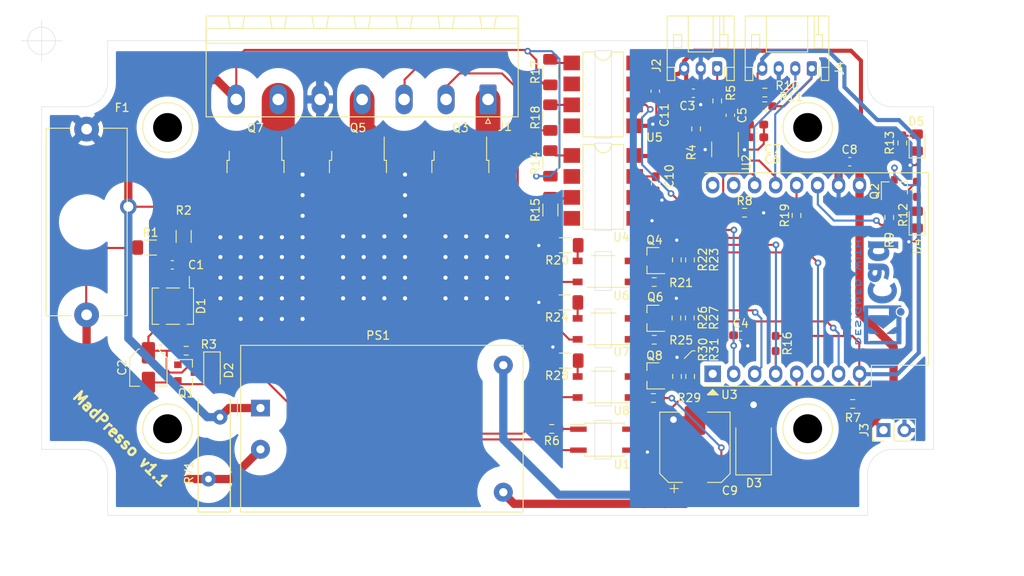
<source format=kicad_pcb>
(kicad_pcb (version 20201116) (generator pcbnew)
  (layers (0 "F.Cu" signal) (31 "B.Cu" signal) (34 "B.Paste" user) (35 "F.Paste" user) (36 "B.SilkS" user "B.Silkscreen") (37 "F.SilkS" user "F.Silkscreen") (38 "B.Mask" user) (39 "F.Mask" user) (44 "Edge.Cuts" user))
  (net 0 "")
  (net 1 "Net-(C2-Pad2)")
  (net 2 "Net-(C1-Pad1)")
  (net 3 "/TEMP_SENSOR")
  (net 4 "GND")
  (net 5 "VCC")
  (net 6 "LINE")
  (net 7 "/HEATER")
  (net 8 "/PUMP")
  (net 9 "Net-(Q5-Pad3)")
  (net 10 "NEUT")
  (net 11 "+5V")
  (net 12 "/SHOT_SENSOR")
  (net 13 "/HEATER_TRIAC")
  (net 14 "/PUMP_TRIAC")
  (net 15 "/ZC_DETECT")
  (net 16 "/SHOT_SW")
  (net 17 "/VALVE")
  (net 18 "/VALVE_TRIAC")
  (net 19 "Net-(C1-Pad2)")
  (net 20 "/SDA")
  (net 21 "/STEAM_SW")
  (net 22 "/STEAM_SENSOR")
  (net 23 "/SCL")
  (net 24 "Net-(Q7-Pad3)")
  (net 25 "Net-(Q4-Pad3)")
  (net 26 "Net-(Q3-Pad3)")
  (net 27 "Net-(Q6-Pad3)")
  (net 28 "Net-(Q8-Pad3)")
  (net 29 "Net-(R24-Pad1)")
  (net 30 "Net-(R20-Pad1)")
  (net 31 "Net-(C2-Pad1)")
  (net 32 "Net-(D1-Pad4)")
  (net 33 "/LINE_FUSED")
  (net 34 "/LED")
  (net 35 "/ADC")
  (net 36 "Net-(C5-Pad1)")
  (net 37 "Net-(C11-Pad1)")
  (net 38 "Net-(R8-Pad1)")
  (net 39 "Net-(R15-Pad2)")
  (net 40 "Net-(C10-Pad1)")
  (net 41 "Net-(D4-Pad2)")
  (net 42 "Net-(D5-Pad2)")
  (net 43 "Net-(Q1-Pad3)")
  (net 44 "Net-(Q2-Pad1)")
  (net 45 "Net-(Q2-Pad2)")
  (net 46 "Net-(Q4-Pad1)")
  (net 47 "Net-(Q6-Pad1)")
  (net 48 "Net-(Q8-Pad1)")
  (net 49 "Net-(R6-Pad1)")
  (net 50 "Net-(R18-Pad2)")
  (net 51 "Net-(R14-Pad2)")
  (net 52 "Net-(R21-Pad1)")
  (net 53 "Net-(R17-Pad2)")
  (net 54 "Net-(R25-Pad1)")
  (net 55 "Net-(R28-Pad1)")
  (net 56 "Net-(R29-Pad1)")
  (footprint "Package_TO_SOT_SMD:TO-252-2" (layer "F.Cu") (at 25.9 16.95 -90)
    (fp_text reference "Q7")
    (fp_text value "T835-600B")
  )
  (footprint "Package_TO_SOT_SMD:TO-252-2" (layer "F.Cu") (at 50.7 16.95 -90)
    (fp_text reference "Q3")
    (fp_text value "T835-600B")
  )
  (footprint "Resistor_SMD:R_0603_1608Metric_Pad0.98x0.95mm_HandSolder" (layer "F.Cu") (at 76.93 40.67 90)
    (fp_text reference "R30")
    (fp_text value "10k")
  )
  (footprint "Resistor_SMD:R_0603_1608Metric_Pad0.98x0.95mm_HandSolder" (layer "F.Cu") (at 78.52 40.67 -90)
    (fp_text reference "R31")
    (fp_text value "1k")
  )
  (footprint "Resistor_SMD:R_0603_1608Metric_Pad0.98x0.95mm_HandSolder" (layer "F.Cu") (at 76.91 26.54 90)
    (fp_text reference "R22")
    (fp_text value "10k")
  )
  (footprint "Resistor_SMD:R_1206_3216Metric_Pad1.30x1.75mm_HandSolder" (layer "F.Cu") (at 63.4125 24.77 180)
    (fp_text reference "R20")
    (fp_text value "360R/0.5W")
  )
  (footprint "Package_TO_SOT_SMD:SOT-23" (layer "F.Cu") (at 74.05 26.63 180)
    (fp_text reference "Q4")
    (fp_text value "2N7002")
  )
  (footprint "Package_SO:MFSOP6-4_4.4x3.6mm_P1.27mm" (layer "F.Cu") (at 68.05 27.94 180)
    (fp_text reference "U6")
    (fp_text value "TLP160G")
  )
  (footprint "Resistor_SMD:R_0603_1608Metric_Pad0.98x0.95mm_HandSolder" (layer "F.Cu") (at 78.5 26.55 -90)
    (fp_text reference "R23")
    (fp_text value "1k")
  )
  (footprint "Package_SO:MFSOP6-4_4.4x3.6mm_P1.27mm" (layer "F.Cu") (at 68.05 41.95 180)
    (fp_text reference "U8")
    (fp_text value "TLP160G")
  )
  (footprint "Resistor_SMD:R_1206_3216Metric_Pad1.30x1.75mm_HandSolder" (layer "F.Cu") (at 63.4125 38.75 180)
    (fp_text reference "R28")
    (fp_text value "360R/0.5W")
  )
  (footprint "Resistor_SMD:R_0603_1608Metric_Pad0.98x0.95mm_HandSolder" (layer "F.Cu") (at 74.07 43.28)
    (fp_text reference "R29")
    (fp_text value "360R")
  )
  (footprint "Resistor_SMD:R_0603_1608Metric_Pad0.98x0.95mm_HandSolder" (layer "F.Cu") (at 74.175 29.23)
    (fp_text reference "R21")
    (fp_text value "360R")
  )
  (footprint "Package_TO_SOT_SMD:SOT-23" (layer "F.Cu") (at 74.05 40.6 180)
    (fp_text reference "Q8")
    (fp_text value "2N7002")
  )
  (footprint "Diode_SMD:D_SMB" (layer "F.Cu") (at 86.2 49.05 90)
    (fp_text reference "D3")
    (fp_text value "SMBJ7.0A")
  )
  (footprint "Package_TO_SOT_SMD:SOT-23" (layer "F.Cu") (at 74.05 33.62 180)
    (fp_text reference "Q6")
    (fp_text value "2N7002")
  )
  (footprint "Package_SO:MFSOP6-4_4.4x3.6mm_P1.27mm" (layer "F.Cu") (at 68.05 34.9 180)
    (fp_text reference "U7")
    (fp_text value "TLP160G")
  )
  (footprint "Resistor_SMD:R_0603_1608Metric_Pad0.98x0.95mm_HandSolder" (layer "F.Cu") (at 76.86 33.59 90)
    (fp_text reference "R26")
    (fp_text value "10k")
  )
  (footprint "Resistor_SMD:R_1206_3216Metric_Pad1.30x1.75mm_HandSolder" (layer "F.Cu") (at 63.375002 31.7 180)
    (fp_text reference "R24")
    (fp_text value "360R/0.5W")
  )
  (footprint "Resistor_SMD:R_0603_1608Metric_Pad0.98x0.95mm_HandSolder" (layer "F.Cu") (at 78.48 33.575 -90)
    (fp_text reference "R27")
    (fp_text value "1k")
  )
  (footprint "Resistor_SMD:R_0603_1608Metric_Pad0.98x0.95mm_HandSolder" (layer "F.Cu") (at 74.175 36.22)
    (fp_text reference "R25")
    (fp_text value "360R")
  )
  (footprint "Connector_Phoenix_MSTB:PhoenixContact_MSTBA_2,5_7-G-5,08_1x07_P5.08mm_Horizontal" (layer "F.Cu") (at 54.05 7.1 180)
    (fp_text reference "J1")
    (fp_text value "Conn_01x07")
  )
  (footprint "Capacitor_SMD:C_0603_1608Metric_Pad1.08x0.95mm_HandSolder" (layer "F.Cu") (at 15.83 27.15)
    (fp_text reference "C1")
    (fp_text value "1nF")
  )
  (footprint "Resistor_SMD:R_0603_1608Metric_Pad0.98x0.95mm_HandSolder" (layer "F.Cu") (at 98.2 44)
    (fp_text reference "R7")
    (fp_text value "4k7")
  )
  (footprint "Diode_SMD:D_SOD-123" (layer "F.Cu") (at 20.63 39.95 -90)
    (fp_text reference "D2")
    (fp_text value "1N4148W")
  )
  (footprint "Package_TO_SOT_SMD:SOT-23" (layer "F.Cu") (at 17.5 40.2)
    (fp_text reference "Q1")
    (fp_text value "BC847")
  )
  (footprint "Resistor_SMD:R_1206_3216Metric_Pad1.30x1.75mm_HandSolder" (layer "F.Cu") (at 17.2 23.71 -90)
    (fp_text reference "R2")
    (fp_text value "220k")
  )
  (footprint "Resistor_SMD:R_1206_3216Metric_Pad1.30x1.75mm_HandSolder" (layer "F.Cu") (at 13.19 25.05)
    (fp_text reference "R1")
    (fp_text value "220k")
  )
  (footprint "Package_SO:SO-4_4.4x3.6mm_P2.54mm" (layer "F.Cu") (at 68.145 48.33)
    (fp_text reference "U1")
    (fp_text value "LTV-356T")
  )
  (footprint "Varistor:RV_Disc_D15.5mm_W3.9mm_P7.5mm" (layer "F.Cu") (at 21.6 45.6 -90)
    (fp_text reference "RV1")
    (fp_text value "S14K350")
  )
  (footprint "Resistor_SMD:R_0603_1608Metric_Pad0.98x0.95mm_HandSolder" (layer "F.Cu") (at 17.505 37.55 180)
    (fp_text reference "R3")
    (fp_text value "22k")
  )
  (footprint "Capacitor_SMD:CP_Elec_8x10" (layer "F.Cu") (at 79.1 49.25 90)
    (fp_text reference "C9")
    (fp_text value "150uF")
  )
  (footprint "Package_TO_SOT_SMD:TO-252-2" (layer "F.Cu") (at 38.3 16.95 -90)
    (fp_text reference "Q5")
    (fp_text value "T835-600B")
  )
  (footprint "Capacitor_SMD:CP_Elec_4x5.8" (layer "F.Cu") (at 12.929999 39.6 -90)
    (fp_text reference "C2")
    (fp_text value "10uF")
  )
  (footprint "Resistor_SMD:R_0603_1608Metric_Pad0.98x0.95mm_HandSolder" (layer "F.Cu") (at 61.77 47.03 180)
    (fp_text reference "R6")
    (fp_text value "1k")
  )
  (footprint "Fiducial:Fiducial_0.5mm_Mask1mm" (layer "F.Cu") (at 10.5 2.4)
    (fp_text reference "FID1" hide)
    (fp_text value "Fiducial" hide)
  )
  (footprint "Fiducial:Fiducial_0.5mm_Mask1mm" (layer "F.Cu") (at 10.5 55)
    (fp_text reference "FID2" hide)
    (fp_text value "Fiducial" hide)
  )
  (footprint "Resistor_SMD:R_0603_1608Metric_Pad0.98x0.95mm_HandSolder" (layer "F.Cu") (at 91.4 21.1575 90)
    (fp_text reference "R19")
    (fp_text value "330")
  )
  (footprint "Resistor_SMD:R_1206_3216Metric_Pad1.30x1.75mm_HandSolder" (layer "F.Cu") (at 61.6 9.3 90)
    (fp_text reference "R18")
    (fp_text value "33k/0.5W")
  )
  (footprint "Capacitor_SMD:C_0603_1608Metric_Pad1.08x0.95mm_HandSolder" (layer "F.Cu") (at 83.39 9.0175 -90)
    (fp_text reference "C5")
    (fp_text value "470pF")
  )
  (footprint "Connector_JST:JST_PH_S4B-PH-K_1x04_P2.00mm_Horizontal" (layer "F.Cu") (at 93.25 3.35 180)
    (fp_text reference "J4")
    (fp_text value "Conn_01x04")
  )
  (footprint "Capacitor_SMD:C_0603_1608Metric_Pad1.08x0.95mm_HandSolder" (layer "F.Cu") (at 84.64 35.68)
    (fp_text reference "C4")
    (fp_text value "DNP")
  )
  (footprint "LED_SMD:LED_0805_2012Metric_Pad1.15x1.40mm_HandSolder" (layer "F.Cu") (at 106 21.675 90)
    (fp_text reference "D4")
    (fp_text value "LED")
  )
  (footprint "Converter_ACDC:Converter_ACDC_HiLink_HLK-PMxx" (layer "F.Cu") (at 26.5 44.5)
    (fp_text reference "PS1")
    (fp_text value "HLK-PM01")
  )
  (footprint "Connector_PinHeader_2.54mm:PinHeader_1x02_P2.54mm_Vertical" (layer "F.Cu") (at 101.93 47.17 90)
    (fp_text reference "J3")
    (fp_text value "Conn_01x02")
  )
  (footprint "Connector_JST:JST_PH_S3B-PH-K_1x03_P2.00mm_Horizontal" (layer "F.Cu") (at 81.8 3.35 180)
    (fp_text reference "J2")
    (fp_text value "Conn_01x03")
  )
  (footprint "Resistor_SMD:R_0603_1608Metric_Pad0.98x0.95mm_HandSolder" (layer "F.Cu") (at 102.63 21.405 90)
    (fp_text reference "R9")
    (fp_text value "1k")
  )
  (footprint "Resistor_SMD:R_0603_1608Metric_Pad0.98x0.95mm_HandSolder" (layer "F.Cu") (at 85.11 20.83)
    (fp_text reference "R8")
    (fp_text value "DNP")
  )
  (footprint "Resistor_SMD:R_0603_1608Metric_Pad0.98x0.95mm_HandSolder" (layer "F.Cu") (at 81.8 7.275 90)
    (fp_text reference "R5")
    (fp_text value "22R")
  )
  (footprint "MadPresso:Hammond 1591XXB" (layer "F.Cu") (at 0 0)
    (fp_text reference "Case" hide)
    (fp_text value "Hammond 1591XXB")
    (fp_line (start 99.999874 57.495164) (end 99.999874 52.495164) (layer "Edge.Cuts") (width 0.05))
    (fp_line (start 107.999874 7.995164) (end 107.999874 49.495164) (layer "Edge.Cuts") (width 0.05))
    (fp_line (start 7.999874 57.495164) (end 99.999874 57.495164) (layer "Edge.Cuts") (width 0.05))
    (fp_line (start 7.999874 -0.004836) (end 99.999874 -0.004836) (layer "Edge.Cuts") (width 0.05))
    (fp_line (start 7.999874 57.495164) (end 7.999874 52.495164) (layer "Edge.Cuts") (width 0.05))
    (fp_line (start 4.999874 49.495164) (end -0.000126 49.495164) (layer "Edge.Cuts") (width 0.05))
    (fp_line (start 99.999874 4.995164) (end 99.999874 -0.004836) (layer "Edge.Cuts") (width 0.05))
    (fp_line (start -0.000126 7.995164) (end 4.999874 7.995164) (layer "Edge.Cuts") (width 0.05))
    (fp_line (start 107.999874 7.995164) (end 102.999874 7.995164) (layer "Edge.Cuts") (width 0.05))
    (fp_line (start -0.000126 7.995164) (end -0.000126 49.495164) (layer "Edge.Cuts") (width 0.05))
    (fp_line (start 7.999874 -0.004836) (end 7.999874 4.995164) (layer "Edge.Cuts") (width 0.05))
    (fp_line (start 102.999874 49.495164) (end 107.999874 49.495164) (layer "Edge.Cuts") (width 0.05))
    (fp_arc (start 4.999874 4.995164) (end 4.999874 7.995164) (angle -90) (layer "Edge.Cuts") (width 0.05))
    (fp_arc (start 102.999874 4.995164) (end 99.999874 4.995164) (angle -90) (layer "Edge.Cuts") (width 0.05))
    (fp_arc (start 4.999874 52.495164) (end 7.999874 52.495164) (angle -90) (layer "Edge.Cuts") (width 0.05))
    (fp_arc (start 102.999874 52.495164) (end 102.999874 49.495164) (angle -90) (layer "Edge.Cuts") (width 0.05))
  )
  (footprint "Package_TO_SOT_SMD:SOT-23-6_Handsoldering" (layer "F.Cu") (at 82.74 13.15 -90)
    (fp_text reference "U2")
    (fp_text value "ADC101C021CIMK")
  )
  (footprint "Resistor_SMD:R_0603_1608Metric_Pad0.98x0.95mm_HandSolder" (layer "F.Cu") (at 105.965 17.995 90)
    (fp_text reference "R12")
    (fp_text value "220")
  )
  (footprint "Module:WEMOS_D1_mini_light" (layer "F.Cu") (at 81.25 40.35 90)
    (fp_text reference "U3")
    (fp_text value "WeMos_D1_mini")
  )
  (footprint "Resistor_SMD:R_1206_3216Metric_Pad1.30x1.75mm_HandSolder" (layer "F.Cu") (at 61.6 3.7875 90)
    (fp_text reference "R17")
    (fp_text value "22k/0.5W")
  )
  (footprint "Package_DIP:SMDIP-8_W7.62mm" (layer "F.Cu") (at 68 17.7)
    (fp_text reference "U4")
    (fp_text value "MID400")
  )
  (footprint "Fuse:Fuseholder_Cylinder-5x20mm_Schurter_0031_8201_Horizontal_Open" (layer "F.Cu") (at 5.45 10.7 -90)
    (fp_text reference "F1")
    (fp_text value "0.2A/250V")
  )
  (footprint "Resistor_SMD:R_0603_1608Metric_Pad0.98x0.95mm_HandSolder" (layer "F.Cu") (at 88.87 36.6725 -90)
    (fp_text reference "R16")
    (fp_text value "330")
  )
  (footprint "Package_TO_SOT_SMD:SOT-23" (layer "F.Cu") (at 103.25 17.85 90)
    (fp_text reference "Q2")
    (fp_text value "BSS84")
  )
  (footprint "Fiducial:Fiducial_0.5mm_Mask1mm" (layer "F.Cu") (at 97.3 55)
    (fp_text reference "FID3" hide)
    (fp_text value "Fiducial" hide)
  )
  (footprint "Capacitor_SMD:C_0603_1608Metric_Pad1.08x0.95mm_HandSolder" (layer "F.Cu") (at 74.35 17.325 -90)
    (fp_text reference "C10")
    (fp_text value "DNP")
  )
  (footprint "Capacitor_SMD:C_0603_1608Metric_Pad1.08x0.95mm_HandSolder" (layer "F.Cu") (at 86.575 11.68)
    (fp_text reference "C6")
    (fp_text value "100nF")
  )
  (footprint "Resistor_SMD:R_0603_1608Metric_Pad0.98x0.95mm_HandSolder" (layer "F.Cu") (at 104.21 12.375 -90)
    (fp_text reference "R13")
    (fp_text value "330")
  )
  (footprint "Package_DIP:SMDIP-8_W7.62mm" (layer "F.Cu") (at 67.99 6.49)
    (fp_text reference "U5")
    (fp_text value "MID400")
  )
  (footprint "Resistor_SMD:R_0603_1608Metric_Pad0.98x0.95mm_HandSolder" (layer "F.Cu") (at 87.565 6.27 180)
    (fp_text reference "R10")
    (fp_text value "3k3")
  )
  (footprint "Capacitor_SMD:C_0603_1608Metric_Pad1.08x0.95mm_HandSolder" (layer "F.Cu") (at 74.3 6.1 -90)
    (fp_text reference "C11")
    (fp_text value "DNP")
  )
  (footprint "Resistor_SMD:R_1206_3216Metric_Pad1.30x1.75mm_HandSolder" (layer "F.Cu") (at 61.6 20.5 90)
    (fp_text reference "R15")
    (fp_text value "33k/0.5W")
  )
  (footprint "Capacitor_SMD:C_0603_1608Metric_Pad1.08x0.95mm_HandSolder" (layer "F.Cu") (at 78.915 6.35)
    (fp_text reference "C3")
    (fp_text value "100nF")
  )
  (footprint "Capacitor_SMD:C_0603_1608Metric_Pad1.08x0.95mm_HandSolder" (layer "F.Cu") (at 97.85 14.65 180)
    (fp_text reference "C8")
    (fp_text value "1uF")
  )
  (footprint "Resistor_SMD:R_0603_1608Metric_Pad0.98x0.95mm_HandSolder" (layer "F.Cu") (at 79.24 10.6725 -90)
    (fp_text reference "R4")
    (fp_text value "DNP")
  )
  (footprint "Package_TO_SOT_SMD:TO-269AA" (layer "F.Cu") (at 15.89 32.15 -90)
    (fp_text reference "D1")
    (fp_text value "MB6S")
  )
  (footprint "LED_SMD:LED_0805_2012Metric_Pad1.15x1.40mm_HandSolder" (layer "F.Cu") (at 106 12.33 90)
    (fp_text reference "D5")
    (fp_text value "LED")
  )
  (footprint "Capacitor_SMD:C_0603_1608Metric_Pad1.08x0.95mm_HandSolder" (layer "F.Cu") (at 86.5675 10.1425)
    (fp_text reference "C7")
    (fp_text value "4.7uF")
  )
  (footprint "Resistor_SMD:R_0603_1608Metric_Pad0.98x0.95mm_HandSolder" (layer "F.Cu") (at 87.560001 7.917499 180)
    (fp_text reference "R11")
    (fp_text value "3k3")
  )
  (footprint "Resistor_SMD:R_1206_3216Metric_Pad1.30x1.75mm_HandSolder" (layer "F.Cu") (at 61.6 14.85 90)
    (fp_text reference "R14")
    (fp_text value "22k/0.5W")
  )
  (footprint "Symbol:KiCad-Logo2_5mm_Copper" (layer "B.Cu") (at 101.5 30.5 90)
    (fp_text reference "REF**" hide)
    (fp_text value "KiCad-Logo2_5mm_Copper" hide)
  )
  (gr_line (start 78.74 37.57) (end 79.12 37.57) (layer "F.SilkS") (width 0.12))
  (gr_line (start 77.82 38.49) (end 78.74 37.57) (layer "F.SilkS") (width 0.12))
  (gr_line (start 69 44.25) (end 67 44.25) (layer "Edge.Cuts") (width 0.05))
  (gr_line (start 67 44.25) (end 67 39.55) (layer "Edge.Cuts") (width 0.05))
  (gr_line (start 67 39.55) (end 69 39.55) (layer "Edge.Cuts") (width 0.05))
  (gr_line (start 69 39.55) (end 69 44.25) (layer "Edge.Cuts") (width 0.05))
  (gr_line (start 67 37.2) (end 67 32.5) (layer "Edge.Cuts") (width 0.05))
  (gr_line (start 69 32.5) (end 69 37.2) (layer "Edge.Cuts") (width 0.05))
  (gr_line (start 69 37.2) (end 67 37.2) (layer "Edge.Cuts") (width 0.05))
  (gr_line (start 67 32.5) (end 69 32.5) (layer "Edge.Cuts") (width 0.05))
  (gr_line (start 67 1.2) (end 69 1.2) (layer "Edge.Cuts") (width 0.05))
  (gr_line (start 67 11.8) (end 67 1.2) (layer "Edge.Cuts") (width 0.05))
  (gr_line (start 69 11.8) (end 67 11.8) (layer "Edge.Cuts") (width 0.05))
  (gr_line (start 69 1.2) (end 69 11.8) (layer "Edge.Cuts") (width 0.05))
  (gr_line (start 67 12.4) (end 69 12.4) (layer "Edge.Cuts") (width 0.05))
  (gr_line (start 68.97 45.98) (end 68.97 50.68) (layer "Edge.Cuts") (width 0.05))
  (gr_line (start 69 30.25) (end 67 30.25) (layer "Edge.Cuts") (width 0.05))
  (gr_line (start 66.97 45.98) (end 68.97 45.98) (layer "Edge.Cuts") (width 0.05))
  (gr_line (start 66.97 50.68) (end 66.97 45.98) (layer "Edge.Cuts") (width 0.05))
  (gr_line (start 68.97 50.68) (end 66.97 50.68) (layer "Edge.Cuts") (width 0.05))
  (gr_line (start 69 23) (end 67 23) (layer "Edge.Cuts") (width 0.05))
  (gr_line (start 67 23) (end 67 12.4) (layer "Edge.Cuts") (width 0.05))
  (gr_line (start 67 30.25) (end 67 25.55) (layer "Edge.Cuts") (width 0.05))
  (gr_line (start 69 25.55) (end 69 30.25) (layer "Edge.Cuts") (width 0.05))
  (gr_line (start 67 25.55) (end 69 25.55) (layer "Edge.Cuts") (width 0.05))
  (gr_line (start 69 12.4) (end 69 23) (layer "Edge.Cuts") (width 0.05))
  (gr_text "MadPresso v1.1" (at 9.6 48.2 315) (layer "F.SilkS") (effects (font (size 1.3 1.3) (thickness 0.3))))
  (target plus (at 0 0) (size 5) (width 0.05) (layer "Edge.Cuts"))
  (segment (start 16.9 41.6) (end 16.5 41.2) (width 0.25) (layer "F.Cu") (net 1))
  (segment (start 16.1 41.4) (end 16.4 41.1) (width 0.25) (layer "F.Cu") (net 1))
  (segment (start 12.929999 41.4) (end 16.1 41.4) (width 0.25) (layer "F.Cu") (net 1))
  (segment (start 20.63 41.6) (end 16.9 41.6) (width 0.25) (layer "F.Cu") (net 1))
  (segment (start 15 28.735) (end 15 27.17) (width 0.25) (layer "F.Cu") (net 2))
  (segment (start 14.9675 25.4675) (end 14.6 25.1) (width 0.25) (layer "F.Cu") (net 2))
  (segment (start 14.9675 27.15) (end 14.9675 25.4675) (width 0.25) (layer "F.Cu") (net 2))
  (segment (start 14.66 29.075) (end 15 28.735) (width 0.25) (layer "F.Cu") (net 2))
  (segment (start 81.8 3.35) (end 81.8 6.4) (width 0.25) (layer "F.Cu") (net 3))
  (segment (start 79.24 9.76) (end 79.91 9.76) (width 0.25) (layer "F.Cu") (net 3))
  (segment (start 80.76 8.91) (end 80.76 6.94) (width 0.25) (layer "F.Cu") (net 3))
  (segment (start 81.33 6.37) (end 81.82 6.37) (width 0.25) (layer "F.Cu") (net 3))
  (segment (start 80.76 6.94) (end 81.33 6.37) (width 0.25) (layer "F.Cu") (net 3))
  (segment (start 79.91 9.76) (end 80.76 8.91) (width 0.25) (layer "F.Cu") (net 3))
  (segment (start 106.19 23.83) (end 105.67 24.35) (width 0.25) (layer "F.Cu") (net 4))
  (segment (start 87.05 12.88) (end 87.43 12.5) (width 0.25) (layer "F.Cu") (net 4))
  (segment (start 86.2 46.9) (end 83.5 46.9) (width 1) (layer "F.Cu") (net 4))
  (segment (start 106.31 13.375) (end 106.31 14.57) (width 0.25) (layer "F.Cu") (net 4))
  (segment (start 74.3 6.9625) (end 74.425002 7.087502) (width 0.25) (layer "F.Cu") (net 4))
  (segment (start 76.93 39.83) (end 77 39.9) (width 0.25) (layer "F.Cu") (net 4))
  (segment (start 86.0225 20.83) (end 87.41 20.83) (width 0.25) (layer "F.Cu") (net 4))
  (segment (start 106.31 14.57) (end 105.81 15.07) (width 0.25) (layer "F.Cu") (net 4))
  (segment (start 96.49 17.49) (end 96.49 15.16) (width 1) (layer "F.Cu") (net 4))
  (segment (start 106.19 22.7) (end 106.19 23.83) (width 0.25) (layer "F.Cu") (net 4))
  (segment (start 85.5025 36.9575) (end 85.5 36.96) (width 0.25) (layer "F.Cu") (net 4))
  (segment (start 76.91 24.16) (end 76.9 24.15) (width 0.25) (layer "F.Cu") (net 4))
  (segment (start 76.91 25.665) (end 76.91 24.16) (width 0.25) (layer "F.Cu") (net 4))
  (segment (start 76.86 32.715) (end 76.86 31.16) (width 0.25) (layer "F.Cu") (net 4))
  (segment (start 75.05 39.65) (end 75.1 39.7) (width 0.25) (layer "F.Cu") (net 4))
  (segment (start 82.11 13.18) (end 80.34 13.18) (width 0.25) (layer "F.Cu") (net 4))
  (segment (start 86.2 46.9) (end 86.2 45.1) (width 1) (layer "F.Cu") (net 4))
  (segment (start 74.425002 7.087502) (end 74.425002 9.674998) (width 0.25) (layer "F.Cu") (net 4))
  (segment (start 76.895 25.68) (end 76.91 25.665) (width 0.5) (layer "F.Cu") (net 4))
  (segment (start 87.43 12.5) (end 87.43 11.6) (width 0.25) (layer "F.Cu") (net 4))
  (segment (start 105.81 15.07) (end 105.15 15.07) (width 0.25) (layer "F.Cu") (net 4))
  (segment (start 82.11 13.18) (end 82.81 13.18) (width 0.25) (layer "F.Cu") (net 4))
  (segment (start 74.69 18.91) (end 74.71 18.91) (width 0.25) (layer "F.Cu") (net 4))
  (segment (start 79.79 7.72) (end 79.8 7.73) (width 0.25) (layer "F.Cu") (net 4))
  (segment (start 87.45 10.28) (end 87.45 11.67) (width 0.25) (layer "F.Cu") (net 4))
  (segment (start 71.295 49.6) (end 73.115 49.6) (width 0.25) (layer "F.Cu") (net 4))
  (segment (start 79.79 6.35) (end 79.79 7.72) (width 0.25) (layer "F.Cu") (net 4))
  (segment (start 89.25 3.35) (end 88.8 3.8) (width 0.25) (layer "F.Cu") (net 4))
  (segment (start 71.81 21.51) (end 73.61 21.51) (width 0.25) (layer "F.Cu") (net 4))
  (segment (start 76.815 32.67) (end 76.86 32.715) (width 0.5) (layer "F.Cu") (net 4))
  (segment (start 82.74 11.8) (end 82.74 13.11) (width 0.25) (layer "F.Cu") (net 4))
  (segment (start 87.41 20.83) (end 87.42 20.84) (width 0.25) (layer "F.Cu") (net 4))
  (segment (start 86.2 44.1) (end 86.2 45.1) (width 1) (layer "F.Cu") (net 4))
  (segment (start 87.45 11.67) (end 87.42 11.7) (width 0.25) (layer "F.Cu") (net 4))
  (segment (start 73.61 21.51) (end 73.9 21.8) (width 0.25) (layer "F.Cu") (net 4))
  (segment (start 75.05 25.68) (end 76.895 25.68) (width 0.5) (layer "F.Cu") (net 4))
  (segment (start 76.75 39.65) (end 76.93 39.47) (width 0.5) (layer "F.Cu") (net 4))
  (segment (start 105.67 24.35) (end 105 24.35) (width 0.25) (layer "F.Cu") (net 4))
  (segment (start 82.75 11.76) (end 82.75 10.52) (width 0.25) (layer "F.Cu") (net 4))
  (segment (start 82.81 13.18) (end 85.4 13.18) (width 0.25) (layer "F.Cu") (net 4))
  (segment (start 74.35 18.2) (end 74.35 18.57) (width 0.25) (layer "F.Cu") (net 4))
  (segment (start 74.425002 9.674998) (end 74 10.1) (width 0.25) (layer "F.Cu") (net 4))
  (segment (start 85.5025 35.68) (end 85.5025 36.9575) (width 0.25) (layer "F.Cu") (net 4))
  (segment (start 82.74 13.11) (end 82.81 13.18) (width 0.25) (layer "F.Cu") (net 4))
  (segment (start 75.1 39.7) (end 76.8 39.7) (width 0.25) (layer "F.Cu") (net 4))
  (segment (start 71.8 10.3) (end 73.8 10.3) (width 0.5) (layer "F.Cu") (net 4))
  (segment (start 75.05 32.67) (end 76.815 32.67) (width 0.5) (layer "F.Cu") (net 4))
  (segment (start 74.35 18.57) (end 74.69 18.91) (width 0.25) (layer "F.Cu") (net 4))
  (segment (start 73.8 10.3) (end 74 10.1) (width 0.5) (layer "F.Cu") (net 4))
  (segment (start 82.75 10.52) (end 83.36 9.91) (width 0.25) (layer "F.Cu") (net 4))
  (segment (start 74.71 18.91) (end 75.1 19.3) (width 0.25) (layer "F.Cu") (net 4))
  (segment (start 82.475 45.875) (end 79.025 45.875) (width 1) (layer "F.Cu") (net 4))
  (segment (start 79.1 46) (end 76.6 46) (width 1) (layer "F.Cu") (net 4))
  (segment (start 76.86 31.16) (end 76.85 31.15) (width 0.5) (layer "F.Cu") (net 4))
  (segment (start 73.115 49.6) (end 73.345 49.83) (width 0.25) (layer "F.Cu") (net 4))
  (segment (start 79.8 3.35) (end 79.8 6.4) (width 0.5) (layer "F.Cu") (net 4))
  (segment (start 85.4 13.18) (end 86.75 13.18) (width 0.25) (layer "F.Cu") (net 4))
  (segment (start 96.49 15.16) (end 96.95 14.7) (width 1) (layer "F.Cu") (net 4))
  (segment (start 83.5 46.9) (end 82.475 45.875) (width 1) (layer "F.Cu") (net 4))
  (segment (start 76.93 38.35) (end 76.93 39.83) (width 0.25) (layer "F.Cu") (net 4))
  (segment (start 86.75 13.18) (end 87.05 12.88) (width 0.25) (layer "F.Cu") (net 4))
  (segment (start 76.6 46) (end 76.5 45.9) (width 1) (layer "F.Cu") (net 4))
  (via (at 85.5 36.96) (size 0.8) (drill 0.4) (layers "F.Cu" "B.Cu") (net 4))
  (via (at 75.1 19.3) (size 0.8) (drill 0.4) (layers "F.Cu" "B.Cu") (net 4))
  (via (at 76.9 24.15) (size 0.8) (drill 0.4) (layers "F.Cu" "B.Cu") (net 4))
  (via (at 73.9 21.8) (size 0.8) (drill 0.4) (layers "F.Cu" "B.Cu") (net 4))
  (via (at 86.2 44.1) (size 1.2) (drill 0.8) (layers "F.Cu" "B.Cu") (net 4))
  (via (at 105 24.35) (size 0.8) (drill 0.4) (layers "F.Cu" "B.Cu") (net 4))
  (via (at 76.85 31.2) (size 0.8) (drill 0.4) (layers "F.Cu" "B.Cu") (net 4))
  (via (at 74 10.1) (size 0.8) (drill 0.4) (layers "F.Cu" "B.Cu") (net 4))
  (via (at 76.93 38.35) (size 0.8) (drill 0.4) (layers "F.Cu" "B.Cu") (net 4))
  (via (at 85.1 13.2) (size 0.8) (drill 0.4) (layers "F.Cu" "B.Cu") (net 4))
  (via (at 76.5 45.9) (size 1.2) (drill 0.8) (layers "F.Cu" "B.Cu") (net 4))
  (via (at 87.42 20.84) (size 0.8) (drill 0.4) (layers "F.Cu" "B.Cu") (net 4))
  (via (at 73.345 49.83) (size 0.8) (drill 0.4) (layers "F.Cu" "B.Cu") (net 4))
  (via (at 80.34 13.18) (size 0.8) (drill 0.4) (layers "F.Cu" "B.Cu") (net 4))
  (via (at 105.15 15.07) (size 0.8) (drill 0.4) (layers "F.Cu" "B.Cu") (net 4))
  (via (at 79.8 7.73) (size 0.8) (drill 0.4) (layers "F.Cu" "B.Cu") (net 4))
  (segment (start 62.6 55) (end 72.8 55) (width 1) (layer "B.Cu") (net 4))
  (segment (start 62.6 55) (end 55.9 48.3) (width 1) (layer "B.Cu") (net 4))
  (segment (start 55.9 48.3) (end 55.9 39.3) (width 1) (layer "B.Cu") (net 4))
  (segment (start 97.16 35.76) (end 98.16 35.76) (width 0.25) (layer "F.Cu") (net 5))
  (segment (start 86.685001 7.917499) (end 86.685001 6.334999) (width 0.25) (layer "F.Cu") (net 5))
  (segment (start 85.54 11.76) (end 85.65 11.65) (width 0.25) (layer "F.Cu") (net 5))
  (segment (start 99 36.6) (end 99 43) (width 0.25) (layer "F.Cu") (net 5))
  (segment (start 98.16 35.76) (end 99 36.6) (width 0.25) (layer "F.Cu") (net 5))
  (segment (start 88.87 35.76) (end 97.16 35.76) (width 0.25) (layer "F.Cu") (net 5))
  (segment (start 85.7 8.94) (end 86.7 7.94) (width 0.25) (layer "F.Cu") (net 5))
  (segment (start 97.16 25.43) (end 97.16 35.76) (width 0.25) (layer "F.Cu") (net 5))
  (segment (start 103.25 15.4) (end 103.26 15.39) (width 0.25) (layer "F.Cu") (net 5))
  (segment (start 99 43.8) (end 99.2 44) (width 0.25) (layer "F.Cu") (net 5))
  (segment (start 86.685001 6.334999) (end 86.685001 3.944999) (width 0.25) (layer "F.Cu") (net 5))
  (segment (start 103.25 16.85) (end 103.25 15.4) (width 0.25) (layer "F.Cu") (net 5))
  (segment (start 85.7 11.68) (end 85.7 10.33) (width 0.25) (layer "F.Cu") (net 5))
  (segment (start 99 43) (end 99 43.8) (width 0.25) (layer "F.Cu") (net 5))
  (segment (start 83.7 11.76) (end 85.54 11.76) (width 0.25) (layer "F.Cu") (net 5))
  (segment (start 85.7 10.28) (end 85.7 8.94) (width 0.25) (layer "F.Cu") (net 5))
  (segment (start 93.8 22.07) (end 97.16 25.43) (width 0.25) (layer "F.Cu") (net 5))
  (segment (start 86.685001 3.944999) (end 87.28 3.35) (width 0.25) (layer "F.Cu") (net 5))
  (segment (start 91.4 22.07) (end 93.8 22.07) (width 0.25) (layer "F.Cu") (net 5))
  (via (at 103.26 15.39) (size 0.8) (drill 0.4) (layers "F.Cu" "B.Cu") (net 5))
  (segment (start 95.26 1.23) (end 88.23 1.23) (width 0.5) (layer "B.Cu") (net 5))
  (segment (start 106.2 12) (end 106.2 17.48) (width 0.5) (layer "B.Cu") (net 5))
  (segment (start 101.2 9.6) (end 103.8 9.6) (width 0.5) (layer "B.Cu") (net 5))
  (segment (start 97.2 5.6) (end 101.2 9.6) (width 0.5) (layer "B.Cu") (net 5))
  (segment (start 104.49 17.48) (end 106.2 17.48) (width 0.25) (layer "B.Cu") (net 5))
  (segment (start 103.26 15.39) (end 103.26 16.25) (width 0.25) (layer "B.Cu") (net 5))
  (segment (start 97.2 5.6) (end 97.2 3.17) (width 0.5) (layer "B.Cu") (net 5))
  (segment (start 106.2 37.8) (end 103.6 40.4) (width 0.5) (layer "B.Cu") (net 5))
  (segment (start 103.6 40.4) (end 99.2 40.4) (width 0.5) (layer "B.Cu") (net 5))
  (segment (start 97.2 3.17) (end 95.26 1.23) (width 0.5) (layer "B.Cu") (net 5))
  (segment (start 106.2 17.48) (end 106.2 37.8) (width 0.5) (layer "B.Cu") (net 5))
  (segment (start 87.25 2.21) (end 87.25 3.37) (width 0.5) (layer "B.Cu") (net 5))
  (segment (start 88.23 1.23) (end 87.25 2.21) (width 0.5) (layer "B.Cu") (net 5))
  (segment (start 103.8 9.6) (end 106.2 12) (width 0.5) (layer "B.Cu") (net 5))
  (segment (start 103.26 16.25) (end 104.49 17.48) (width 0.25) (layer "B.Cu") (net 5))
  (segment (start 61.8625 38.75) (end 61.8625 37.1375) (width 0.25) (layer "F.Cu") (net 6))
  (segment (start 61.8625 37.1375) (end 61.9 37.1) (width 0.25) (layer "F.Cu") (net 6))
  (segment (start 61.8625 24.77) (end 60.23 24.77) (width 0.25) (layer "F.Cu") (net 6))
  (segment (start 60.23 24.77) (end 60.2 24.8) (width 0.25) (layer "F.Cu") (net 6))
  (segment (start 61.887502 31.7) (end 60.2 31.7) (width 0.25) (layer "F.Cu") (net 6))
  (via (at 36.5 28.7) (size 1) (drill 0.5) (layers "F.Cu" "B.Cu") (net 6))
  (via (at 39 23.7) (size 1) (drill 0.5) (layers "F.Cu" "B.Cu") (net 6))
  (via (at 24.1 26.2) (size 1) (drill 0.5) (layers "F.Cu" "B.Cu") (net 6))
  (via (at 31.6 23.8) (size 1) (drill 0.5) (layers "F.Cu" "B.Cu") (net 6))
  (via (at 31.6 21.2) (size 1) (drill 0.5) (layers "F.Cu" "B.Cu") (net 6))
  (via (at 24.1 23.8) (size 1) (drill 0.5) (layers "F.Cu" "B.Cu") (net 6))
  (via (at 24.1 33.7) (size 1) (drill 0.5) (layers "F.Cu" "B.Cu") (net 6))
  (via (at 51.4 31.2) (size 1) (drill 0.5) (layers "F.Cu" "B.Cu") (net 6))
  (via (at 41.5 31.2) (size 1) (drill 0.5) (layers "F.Cu" "B.Cu") (net 6))
  (via (at 56.35 31.2) (size 1) (drill 0.5) (layers "F.Cu" "B.Cu") (net 6))
  (via (at 60.2 24.8) (size 0.8) (drill 0.4) (layers "F.Cu" "B.Cu") (net 6))
  (via (at 31.6 33.7) (size 1) (drill 0.5) (layers "F.Cu" "B.Cu") (net 6))
  (via (at 41.5 28.7) (size 1) (drill 0.5) (layers "F.Cu" "B.Cu") (net 6))
  (via (at 48.9 31.2) (size 1) (drill 0.5) (layers "F.Cu" "B.Cu") (net 6))
  (via (at 53.9 26.2) (size 1) (drill 0.5) (layers "F.Cu" "B.Cu") (net 6))
  (via (at 26.6 23.8) (size 1) (drill 0.5) (layers "F.Cu" "B.Cu") (net 6))
  (via (at 26.6 31.2) (size 1) (drill 0.5) (layers "F.Cu" "B.Cu") (net 6))
  (via (at 29.1 31.2) (size 1) (drill 0.5) (layers "F.Cu" "B.Cu") (net 6))
  (via (at 56.35 28.7) (size 1) (drill 0.5) (layers "F.Cu" "B.Cu") (net 6))
  (via (at 44 28.7) (size 1) (drill 0.5) (layers "F.Cu" "B.Cu") (net 6))
  (via (at 44 31.2) (size 1) (drill 0.5) (layers "F.Cu" "B.Cu") (net 6))
  (via (at 21.65 26.2) (size 1) (drill 0.5) (layers "F.Cu" "B.Cu") (net 6))
  (via (at 44 18.7) (size 1) (drill 0.5) (layers "F.Cu" "B.Cu") (net 6))
  (via (at 29.1 23.8) (size 1) (drill 0.5) (layers "F.Cu" "B.Cu") (net 6))
  (via (at 36.5 26.2) (size 1) (drill 0.5) (layers "F.Cu" "B.Cu") (net 6))
  (via (at 48.9 23.7) (size 1) (drill 0.5) (layers "F.Cu" "B.Cu") (net 6))
  (via (at 31.6 28.7) (size 1) (drill 0.5) (layers "F.Cu" "B.Cu") (net 6))
  (via (at 24.1 28.7) (size 1) (drill 0.5) (layers "F.Cu" "B.Cu") (net 6))
  (via (at 44 23.7) (size 1) (drill 0.5) (layers "F.Cu" "B.Cu") (net 6))
  (via (at 51.4 28.7) (size 1) (drill 0.5) (layers "F.Cu" "B.Cu") (net 6))
  (via (at 39 28.7) (size 1) (drill 0.5) (layers "F.Cu" "B.Cu") (net 6))
  (via (at 29.1 28.7) (size 1) (drill 0.5) (layers "F.Cu" "B.Cu") (net 6))
  (via (at 31.6 26.2) (size 1) (drill 0.5) (layers "F.Cu" "B.Cu") (net 6))
  (via (at 21.65 28.7) (size 1) (drill 0.5) (layers "F.Cu" "B.Cu") (net 6))
  (via (at 39 31.2) (size 1) (drill 0.5) (layers "F.Cu" "B.Cu") (net 6))
  (via (at 53.9 31.2) (size 1) (drill 0.5) (layers "F.Cu" "B.Cu") (net 6))
  (via (at 31.6 18.7) (size 1) (drill 0.5) (layers "F.Cu" "B.Cu") (net 6))
  (via (at 53.9 28.7) (size 1) (drill 0.5) (layers "F.Cu" "B.Cu") (net 6))
  (via (at 26.6 33.7) (size 1) (drill 0.5) (layers "F.Cu" "B.Cu") (net 6))
  (via (at 41.5 23.7) (size 1) (drill 0.5) (layers "F.Cu" "B.Cu") (net 6))
  (via (at 44 21.2) (size 1) (drill 0.5) (layers "F.Cu" "B.Cu") (net 6))
  (via (at 29.1 26.2) (size 1) (drill 0.5) (layers "F.Cu" "B.Cu") (net 6))
  (via (at 41.5 26.2) (size 1) (drill 0.5) (layers "F.Cu" "B.Cu") (net 6))
  (via (at 53.9 23.7) (size 1) (drill 0.5) (layers "F.Cu" "B.Cu") (net 6))
  (via (at 21.65 23.8) (size 1) (drill 0.5) (layers "F.Cu" "B.Cu") (net 6))
  (via (at 51.4 23.7) (size 1) (drill 0.5) (layers "F.Cu" "B.Cu") (net 6))
  (via (at 60.2 31.7) (size 0.8) (drill 0.4) (layers "F.Cu" "B.Cu") (net 6))
  (via (at 48.9 28.7) (size 1) (drill 0.5) (layers "F.Cu" "B.Cu") (net 6))
  (via (at 36.5 23.7) (size 1) (drill 0.5) (layers "F.Cu" "B.Cu") (net 6))
  (via (at 26.6 26.2) (size 1) (drill 0.5) (layers "F.Cu" "B.Cu") (net 6))
  (via (at 36.5 31.2) (size 1) (drill 0.5) (layers "F.Cu" "B.Cu") (net 6))
  (via (at 29.1 33.7) (size 1) (drill 0.5) (layers "F.Cu" "B.Cu") (net 6))
  (via (at 39 26.2) (size 1) (drill 0.5) (layers "F.Cu" "B.Cu") (net 6))
  (via (at 51.4 26.2) (size 1) (drill 0.5) (layers "F.Cu" "B.Cu") (net 6))
  (via (at 56.35 26.2) (size 1) (drill 0.5) (layers "F.Cu" "B.Cu") (net 6))
  (via (at 31.6 16.2) (size 1) (drill 0.5) (layers "F.Cu" "B.Cu") (net 6))
  (via (at 48.9 26.2) (size 1) (drill 0.5) (layers "F.Cu" "B.Cu") (net 6))
  (via (at 61.9 37.1) (size 0.8) (drill 0.4) (layers "F.Cu" "B.Cu") (net 6))
  (via (at 31.6 31.2) (size 1) (drill 0.5) (layers "F.Cu" "B.Cu") (net 6))
  (via (at 44 16.2) (size 1) (drill 0.5) (layers "F.Cu" "B.Cu") (net 6))
  (via (at 26.6 28.7) (size 1) (drill 0.5) (layers "F.Cu" "B.Cu") (net 6))
  (via (at 21.65 31.2) (size 1) (drill 0.5) (layers "F.Cu" "B.Cu") (net 6))
  (via (at 44 26.2) (size 1) (drill 0.5) (layers "F.Cu" "B.Cu") (net 6))
  (via (at 56.35 23.7) (size 1) (drill 0.5) (layers "F.Cu" "B.Cu") (net 6))
  (via (at 24.1 31.2) (size 1) (drill 0.5) (layers "F.Cu" "B.Cu") (net 6))
  (segment (start 28.65 7.1) (end 28.65 12.25) (width 4) (layer "F.Cu") (net 7))
  (segment (start 28.65 12.25) (end 28.3 12.6) (width 4) (layer "F.Cu") (net 7))
  (segment (start 54.05 11.65) (end 53 12.7) (width 3) (layer "F.Cu") (net 8))
  (segment (start 54.05 7.1) (end 54.05 11.65) (width 3) (layer "F.Cu") (net 8))
  (segment (start 62.75 35.05) (end 63.9 36.2) (width 0.25) (layer "F.Cu") (net 9))
  (segment (start 34.05 32.05) (end 34.05 16.15) (width 0.25) (layer "F.Cu") (net 9))
  (segment (start 34.05 15.25) (end 34.05 16.15) (width 0.25) (layer "F.Cu") (net 9))
  (segment (start 59.75 35.05) (end 61.05 35.05) (width 0.25) (layer "F.Cu") (net 9))
  (segment (start 34.05 33.3) (end 35.8 35.05) (width 0.25) (layer "F.Cu") (net 9))
  (segment (start 36.02 13.28) (end 34.05 15.25) (width 0.25) (layer "F.Cu") (net 9))
  (segment (start 35.8 35.05) (end 59.75 35.05) (width 0.25) (layer "F.Cu") (net 9))
  (segment (start 63.9 36.2) (end 64.9 36.2) (width 0.25) (layer "F.Cu") (net 9))
  (segment (start 61.05 35.05) (end 62.75 35.05) (width 0.25) (layer "F.Cu") (net 9))
  (segment (start 36.02 12.75) (end 36.02 13.28) (width 0.25) (layer "F.Cu") (net 9))
  (segment (start 34.05 32.05) (end 34.05 33.3) (width 0.25) (layer "F.Cu") (net 9))
  (segment (start 10.5 20.1) (end 15.15 20.1) (width 0.25) (layer "F.Cu") (net 10))
  (segment (start 10.5 6.9) (end 10.5 20.1) (width 1) (layer "F.Cu") (net 10))
  (segment (start 15.15 20.1) (end 17.15 22.1) (width 0.25) (layer "F.Cu") (net 10))
  (segment (start 23.57 2.13) (end 24.6 1.1) (width 0.25) (layer "F.Cu") (net 10))
  (segment (start 21.22 4.75) (end 12.55 4.75) (width 1) (layer "F.Cu") (net 10))
  (segment (start 50.9 1.1) (end 58.7 1.1) (width 0.25) (layer "F.Cu") (net 10))
  (segment (start 24.6 1.1) (end 50.9 1.1) (width 0.25) (layer "F.Cu") (net 10))
  (segment (start 59.9 4.35) (end 60.9 5.35) (width 0.25) (layer "F.Cu") (net 10))
  (segment (start 26.5 44.5) (end 22.7 44.5) (width 1) (layer "F.Cu") (net 10))
  (segment (start 23.57 7.1) (end 23.57 3.23) (width 0.25) (layer "F.Cu") (net 10))
  (segment (start 59.9 2.3) (end 59.9 4.35) (width 0.25) (layer "F.Cu") (net 10))
  (segment (start 12.55 4.75) (end 10.45 6.85) (width 1) (layer "F.Cu") (net 10))
  (segment (start 23.57 3.23) (end 23.57 2.13) (width 0.25) (layer "F.Cu") (net 10))
  (segment (start 61.6 16.4) (end 59.9 16.4) (width 0.25) (layer "F.Cu") (net 10))
  (segment (start 23.57 7.1) (end 21.22 4.75) (width 1) (layer "F.Cu") (net 10))
  (segment (start 58.7 1.1) (end 59.9 2.3) (width 0.25) (layer "F.Cu") (net 10))
  (segment (start 60.9 5.35) (end 61.6 5.35) (width 0.25) (layer "F.Cu") (net 10))
  (segment (start 22.7 44.5) (end 21.5 45.7) (width 1) (layer "F.Cu") (net 10))
  (segment (start 10.45 6.85) (end 10.5 6.9) (width 1) (layer "F.Cu") (net 10))
  (via (at 10.5 20.1) (size 2) (drill 1.2) (layers "F.Cu" "B.Cu") (net 10))
  (via (at 59.9 16.4) (size 0.8) (drill 0.4) (layers "F.Cu" "B.Cu") (net 10))
  (via (at 58.85 1.25) (size 0.8) (drill 0.4) (layers "F.Cu" "B.Cu") (net 10))
  (segment (start 58.85 1.25) (end 61.75 1.25) (width 0.25) (layer "B.Cu") (net 10))
  (segment (start 10.5 36.05) (end 10.5 20.1) (width 1) (layer "B.Cu") (net 10))
  (segment (start 10.5 36.05) (end 20.05 45.6) (width 1) (layer "B.Cu") (net 10))
  (segment (start 21.6 45.6) (end 20.05 45.6) (width 1) (layer "B.Cu") (net 10))
  (segment (start 61.6 16.4) (end 59.9 16.4) (width 0.25) (layer "B.Cu") (net 10))
  (segment (start 61.75 1.25) (end 62.7 2.2) (width 0.25) (layer "B.Cu") (net 10))
  (segment (start 62.7 2.2) (end 62.7 15.3) (width 0.25) (layer "B.Cu") (net 10))
  (segment (start 62.7 15.3) (end 61.6 16.4) (width 0.25) (layer "B.Cu") (net 10))
  (segment (start 74.05 37.75) (end 74.05 37.33) (width 0.25) (layer "F.Cu") (net 11))
  (segment (start 73.11 13.96) (end 74.51 13.96) (width 0.5) (layer "F.Cu") (net 11))
  (segment (start 81.6 1.2) (end 86 1.2) (width 0.5) (layer "F.Cu") (net 11))
  (segment (start 75.775 4.025) (end 77.095 4.025) (width 0.5) (layer "F.Cu") (net 11))
  (segment (start 75.05 36.33) (end 74.05 37.33) (width 0.25) (layer "F.Cu") (net 11))
  (segment (start 98 1.2) (end 86.6 1.2) (width 0.5) (layer "F.Cu") (net 11))
  (segment (start 77.8 2.45) (end 79.05 1.2) (width 0.5) (layer "F.Cu") (net 11))
  (segment (start 78.04 3.52) (end 77.78 3.26) (width 0.5) (layer "F.Cu") (net 11))
  (segment (start 73 56.1) (end 57.2 56.1) (width 1) (layer "F.Cu") (net 11))
  (segment (start 74.945 43.28) (end 75.03 43.28) (width 0.25) (layer "F.Cu") (net 11))
  (segment (start 75.775 6.125) (end 75.775 12.55) (width 0.5) (layer "F.Cu") (net 11))
  (segment (start 99.25 17.25) (end 99 17.5) (width 0.25) (layer "F.Cu") (net 11))
  (segment (start 76.28 43.28) (end 76.3 43.3) (width 0.25) (layer "F.Cu") (net 11))
  (segment (start 81.6 1.2) (end 79.05 1.2) (width 0.5) (layer "F.Cu") (net 11))
  (segment (start 82.3 49.3) (end 82.3 50.325) (width 0.25) (layer "F.Cu") (net 11))
  (segment (start 99.5 13.25) (end 99.2 13.55) (width 0.25) (layer "F.Cu") (net 11))
  (segment (start 74.05 42.385) (end 74.945 43.28) (width 0.25) (layer "F.Cu") (net 11))
  (segment (start 73.05 2.65) (end 71.75 2.65) (width 0.5) (layer "F.Cu") (net 11))
  (segment (start 89.41 51.91) (end 94.84 51.91) (width 1) (layer "F.Cu") (net 11))
  (segment (start 98.725 1.925) (end 99.2 2.4) (width 0.5) (layer "F.Cu") (net 11))
  (segment (start 100.8 46.04) (end 100.8 45.95) (width 0.5) (layer "F.Cu") (net 11))
  (segment (start 57.2 56.1) (end 55.8 54.7) (width 1) (layer "F.Cu") (net 11))
  (segment (start 104.21 13.25) (end 99.5 13.25) (width 0.25) (layer "F.Cu") (net 11))
  (segment (start 100.8 45.95) (end 103.15 43.6) (width 1) (layer "F.Cu") (net 11))
  (segment (start 74.1 35.2325) (end 74.1 30.2) (width 0.25) (layer "F.Cu") (net 11))
  (segment (start 99.03 14.93) (end 98.7 14.6) (width 1) (layer "F.Cu") (net 11))
  (segment (start 98.725 1.925) (end 98 1.2) (width 0.5) (layer "F.Cu") (net 11))
  (segment (start 77.95 56.1) (end 79.15 54.9) (width 1) (layer "F.Cu") (net 11))
  (segment (start 86 1.2) (end 86.6 1.2) (width 0.5) (layer "F.Cu") (net 11))
  (segment (start 75.775 4.025) (end 75.775 6.125) (width 0.5) (layer "F.Cu") (net 11))
  (segment (start 99.275 10.925) (end 99.2 11) (width 0.25) (layer "F.Cu") (net 11))
  (segment (start 75.0875 36.22) (end 74.1 35.2325) (width 0.25) (layer "F.Cu") (net 11))
  (segment (start 77.095 4.025) (end 77.75 3.37) (width 0.5) (layer "F.Cu") (net 11))
  (segment (start 74.51 13.96) (end 75.775 12.695) (width 0.5) (layer "F.Cu") (net 11))
  (segment (start 78.04 6.35) (end 78.04 3.52) (width 0.5) (layer "F.Cu") (net 11))
  (segment (start 99.12 47.63) (end 100.8 45.95) (width 1) (layer "F.Cu") (net 11))
  (segment (start 99.03 32.97) (end 103.15 37.09) (width 1) (layer "F.Cu") (net 11))
  (segment (start 75.5 56.1) (end 77.95 56.1) (width 1) (layer "F.Cu") (net 11))
  (segment (start 75.05 36.22) (end 75.05 36.65) (width 0.25) (layer "F.Cu") (net 11))
  (segment (start 75.05 29.23) (end 75.05 29.35) (width 0.25) (layer "F.Cu") (net 11))
  (segment (start 95.55 51.2) (end 99.12 47.63) (width 1) (layer "F.Cu") (net 11))
  (segment (start 99.03 17.49) (end 99.64 16.88) (width 0.25) (layer "F.Cu") (net 11))
  (segment (start 74.945 43.28) (end 76.28 43.28) (width 0.25) (layer "F.Cu") (net 11))
  (segment (start 86.2 51.2) (end 88.7 51.2) (width 1) (layer "F.Cu") (net 11))
  (segment (start 99.2 2.4) (end 99.2 10.4) (width 0.5) (layer "F.Cu") (net 11))
  (segment (start 74.05 37.75) (end 74.05 42.385) (width 0.25) (layer "F.Cu") (net 11))
  (segment (start 74.51 2.76) (end 75.775 4.025) (width 0.5) (layer "F.Cu") (net 11))
  (segment (start 99.2 14.2) (end 98.8 14.6) (width 0.5) (layer "F.Cu") (net 11))
  (segment (start 99.275 17.15) (end 99.125 17.3) (width 0.25) (layer "F.Cu") (net 11))
  (segment (start 79.1 52.5) (end 81.925 52.5) (width 1) (layer "F.Cu") (net 11))
  (segment (start 79.15 54.9) (end 79.15 52.45) (width 1) (layer "F.Cu") (net 11))
  (segment (start 82.3 50.325) (end 83.2 51.225) (width 0.25) (layer "F.Cu") (net 11))
  (segment (start 74.475 2.65) (end 73.070001 2.65) (width 0.5) (layer "F.Cu") (net 11))
  (segment (start 99.2 13.55) (end 99.2 14.2) (width 0.5) (layer "F.Cu") (net 11))
  (segment (start 95.55 51.2) (end 94.84 51.91) (width 1) (layer "F.Cu") (net 11))
  (segment (start 81.925 52.5) (end 83.2 51.225) (width 1) (layer "F.Cu") (net 11))
  (segment (start 101.93 47.17) (end 100.8 46.04) (width 0.5) (layer "F.Cu") (net 11))
  (segment (start 83.2 51.225) (end 86.15 51.225) (width 1) (layer "F.Cu") (net 11))
  (segment (start 99.2 11) (end 99.2 13.55) (width 0.5) (layer "F.Cu") (net 11))
  (segment (start 77.8 3.35) (end 77.8 2.45) (width 0.5) (layer "F.Cu") (net 11))
  (segment (start 88.7 51.2) (end 89.41 51.91) (width 1) (layer "F.Cu") (net 11))
  (segment (start 103.15 37.09) (end 103.15 43.6) (width 1) (layer "F.Cu") (net 11))
  (segment (start 74.1 30.2) (end 75 29.3) (width 0.25) (layer "F.Cu") (net 11))
  (segment (start 99.03 17.49) (end 99.03 14.93) (width 1) (layer "F.Cu") (net 11))
  (segment (start 73 56.1) (end 75.5 56.1) (width 1) (layer "F.Cu") (net 11))
  (segment (start 75.775 12.695) (end 75.775 12.55) (width 0.5) (layer "F.Cu") (net 11))
  (segment (start 99.2 10.4) (end 99.2 11) (width 0.5) (layer "F.Cu") (net 11))
  (segment (start 71.8 13.96) (end 73.11 13.96) (width 0.5) (layer "F.Cu") (net 11))
  (segment (start 99.03 17.49) (end 99.03 32.97) (width 1) (layer "F.Cu") (net 11))
  (via (at 76.3 43.3) (size 0.8) (drill 0.4) (layers "F.Cu" "B.Cu") (net 11))
  (via (at 82.3 49.3) (size 0.8) (drill 0.4) (layers "F.Cu" "B.Cu") (net 11))
  (segment (start 76.3 43.3) (end 82.3 49.3) (width 0.25) (layer "B.Cu") (net 11))
  (segment (start 88.9 40.3) (end 88.8 40.4) (width 0.25) (layer "F.Cu") (net 12))
  (segment (start 78.44359 22.81) (end 80.35359 24.72) (width 0.25) (layer "F.Cu") (net 12))
  (segment (start 77.59 22.81) (end 78.44359 22.81) (width 0.25) (layer "F.Cu") (net 12))
  (segment (start 71.81 18.97) (end 72.93 18.97) (width 0.25) (layer "F.Cu") (net 12))
  (segment (start 73.58 19.62) (end 76.77 22.81) (width 0.25) (layer "F.Cu") (net 12))
  (segment (start 80.35359 24.72) (end 88.91 24.72) (width 0.25) (layer "F.Cu") (net 12))
  (segment (start 76.77 22.81) (end 77.59 22.81) (width 0.25) (layer "F.Cu") (net 12))
  (segment (start 72.93 18.97) (end 73.58 19.62) (width 0.25) (layer "F.Cu") (net 12))
  (segment (start 88.87 40.35) (end 88.88 40.34) (width 0.25) (layer "F.Cu") (net 12))
  (segment (start 88.88 40.34) (end 88.88 37.58) (width 0.25) (layer "F.Cu") (net 12))
  (via (at 88.91 24.72) (size 0.8) (drill 0.4) (layers "F.Cu" "B.Cu") (net 12))
  (segment (start 88.91 40.38) (end 88.93 40.4) (width 0.25) (layer "B.Cu") (net 12))
  (segment (start 88.91 24.72) (end 88.91 40.38) (width 0.25) (layer "B.Cu") (net 12))
  (segment (start 78.52 39.795) (end 78.52 39.28) (width 0.25) (layer "F.Cu") (net 13))
  (segment (start 90.2 34) (end 95.05 34) (width 0.25) (layer "F.Cu") (net 13))
  (segment (start 78.52 37.68) (end 82.2 34) (width 0.25) (layer "F.Cu") (net 13))
  (segment (start 95.05 34) (end 95.84 34.79) (width 0.25) (layer "F.Cu") (net 13))
  (segment (start 78.52 39.28) (end 78.52 37.68) (width 0.25) (layer "F.Cu") (net 13))
  (segment (start 82.2 34) (end 90.2 34) (width 0.25) (layer "F.Cu") (net 13))
  (via (at 95.84 34.79) (size 0.8) (drill 0.4) (layers "F.Cu" "B.Cu") (net 13))
  (segment (start 96.5 40.37) (end 96.49 40.38) (width 0.25) (layer "B.Cu") (net 13))
  (segment (start 95.84 34.79) (end 96.5 35.45) (width 0.25) (layer "B.Cu") (net 13))
  (segment (start 96.5 35.45) (end 96.5 40.37) (width 0.25) (layer "B.Cu") (net 13))
  (segment (start 93.95 40.35) (end 94 40.3) (width 0.25) (layer "F.Cu") (net 14))
  (segment (start 78.5 25.6375) (end 92.7375 25.6375) (width 0.25) (layer "F.Cu") (net 14))
  (segment (start 92.7375 25.6375) (end 94 26.9) (width 0.25) (layer "F.Cu") (net 14))
  (via (at 94 26.9) (size 0.8) (drill 0.4) (layers "F.Cu" "B.Cu") (net 14))
  (segment (start 94 34.63) (end 94.01 34.64) (width 0.25) (layer "B.Cu") (net 14))
  (segment (start 94.01 40.32) (end 93.99 40.34) (width 0.25) (layer "B.Cu") (net 14))
  (segment (start 94.01 34.64) (end 94.01 40.32) (width 0.25) (layer "B.Cu") (net 14))
  (segment (start 94 26.9) (end 94 34.63) (width 0.25) (layer "B.Cu") (net 14))
  (segment (start 91.4 42.8) (end 97 42.8) (width 0.25) (layer "F.Cu") (net 15))
  (segment (start 97 42.8) (end 97.2 43) (width 0.25) (layer "F.Cu") (net 15))
  (segment (start 97.325 43.125) (end 97.2 43) (width 0.25) (layer "F.Cu") (net 15))
  (segment (start 85.6 42.8) (end 91.4 42.8) (width 0.25) (layer "F.Cu") (net 15))
  (segment (start 77.975 42.8) (end 85.6 42.8) (width 0.25) (layer "F.Cu") (net 15))
  (segment (start 97.325 44) (end 97.325 43.125) (width 0.25) (layer "F.Cu") (net 15))
  (segment (start 91.4 41.3) (end 91.4 40.4) (width 0.25) (layer "F.Cu") (net 15))
  (segment (start 74.4 46.375) (end 77.975 42.8) (width 0.25) (layer "F.Cu") (net 15))
  (segment (start 91.4 41.6) (end 91.4 42.8) (width 0.25) (layer "F.Cu") (net 15))
  (segment (start 73.695 47.08) (end 74.4 46.375) (width 0.25) (layer "F.Cu") (net 15))
  (segment (start 91.4 41.6) (end 91.4 40.2) (width 0.25) (layer "F.Cu") (net 15))
  (segment (start 73.695 47.08) (end 71.095 47.08) (width 0.25) (layer "F.Cu") (net 15))
  (segment (start 55.75 3.95) (end 57.65 5.85) (width 0.25) (layer "F.Cu") (net 16))
  (segment (start 59.6 22.05) (end 59.25 21.7) (width 0.25) (layer "F.Cu") (net 16))
  (segment (start 50.6 3.95) (end 48.95 5.6) (width 0.25) (layer "F.Cu") (net 16))
  (segment (start 61.6 22.05) (end 59.6 22.05) (width 0.25) (layer "F.Cu") (net 16))
  (segment (start 57.65 20.1) (end 59.25 21.7) (width 0.25) (layer "F.Cu") (net 16))
  (segment (start 48.95 5.6) (end 48.95 7.35) (width 0.25) (layer "F.Cu") (net 16))
  (segment (start 50.6 3.95) (end 55.75 3.95) (width 0.25) (layer "F.Cu") (net 16))
  (segment (start 57.65 5.85) (end 57.65 11.75) (width 0.25) (layer "F.Cu") (net 16))
  (segment (start 57.65 11.75) (end 57.65 20.1) (width 0.25) (layer "F.Cu") (net 16))
  (segment (start 38.81 10.81) (end 40.6 12.6) (width 3) (layer "F.Cu") (net 17))
  (segment (start 38.81 7.1) (end 38.81 10.81) (width 3) (layer "F.Cu") (net 17))
  (segment (start 78.63 32.6) (end 78.54 32.69) (width 0.25) (layer "F.Cu") (net 18))
  (segment (start 86.1625 32.6625) (end 86.4 32.9) (width 0.25) (layer "F.Cu") (net 18))
  (segment (start 78.48 32.6625) (end 86.1625 32.6625) (width 0.25) (layer "F.Cu") (net 18))
  (via (at 86.4 32.9) (size 0.8) (drill 0.4) (layers "F.Cu" "B.Cu") (net 18))
  (segment (start 87.15 39.53) (end 87.15 33.65) (width 0.25) (layer "B.Cu") (net 18))
  (segment (start 87.15 33.65) (end 86.4 32.9) (width 0.25) (layer "B.Cu") (net 18))
  (segment (start 86.4 40.4) (end 86.3 40.5) (width 0.25) (layer "B.Cu") (net 18))
  (segment (start 86.33 40.35) (end 87.15 39.53) (width 0.25) (layer "B.Cu") (net 18))
  (segment (start 17.2 26.65) (end 16.7 27.15) (width 0.25) (layer "F.Cu") (net 19))
  (segment (start 16.705 27.15) (end 16.705 27.035) (width 0.25) (layer "F.Cu") (net 19))
  (segment (start 17.2 25.26) (end 17.2 26.65) (width 0.25) (layer "F.Cu") (net 19))
  (segment (start 16.76 28.635) (end 16.76 27.12) (width 0.25) (layer "F.Cu") (net 19))
  (segment (start 17.2 29.075) (end 16.76 28.635) (width 0.25) (layer "F.Cu") (net 19))
  (segment (start 88.435001 7.917499) (end 89.892501 7.917499) (width 0.25) (layer "F.Cu") (net 20))
  (segment (start 88.82 16.45) (end 88.82 17.52) (width 0.25) (layer "F.Cu") (net 20))
  (segment (start 93.2 4.61) (end 93.2 3.35) (width 0.25) (layer "F.Cu") (net 20))
  (segment (start 89.892501 7.917499) (end 93.2 4.61) (width 0.25) (layer "F.Cu") (net 20))
  (segment (start 83.69 14.5) (end 83.7 14.51) (width 0.25) (layer "F.Cu") (net 20))
  (segment (start 87.33 14.96) (end 88.82 16.45) (width 0.25) (layer "F.Cu") (net 20))
  (segment (start 86.88 14.51) (end 87.33 14.96) (width 0.25) (layer "F.Cu") (net 20))
  (segment (start 83.7 14.51) (end 86.88 14.51) (width 0.25) (layer "F.Cu") (net 20))
  (segment (start 93.25 3.35) (end 93.25 4.47) (width 0.25) (layer "B.Cu") (net 20))
  (segment (start 93.25 4.47) (end 88.82 8.9) (width 0.25) (layer "B.Cu") (net 20))
  (segment (start 88.82 8.9) (end 88.82 17.63) (width 0.25) (layer "B.Cu") (net 20))
  (segment (start 61.6 10.85) (end 60.25 10.85) (width 0.25) (layer "F.Cu") (net 21))
  (segment (start 59.3 9.9) (end 59.3 5.5) (width 0.25) (layer "F.Cu") (net 21))
  (segment (start 43.95 4.7) (end 43.95 7.15) (width 0.25) (layer "F.Cu") (net 21))
  (segment (start 45.6 3.05) (end 46.15 2.5) (width 0.25) (layer "F.Cu") (net 21))
  (segment (start 45.6 3.05) (end 43.95 4.7) (width 0.25) (layer "F.Cu") (net 21))
  (segment (start 56.3 2.5) (end 56.85 3.05) (width 0.25) (layer "F.Cu") (net 21))
  (segment (start 53.6 2.5) (end 56.3 2.5) (width 0.25) (layer "F.Cu") (net 21))
  (segment (start 60.25 10.85) (end 59.3 9.9) (width 0.25) (layer "F.Cu") (net 21))
  (segment (start 46.15 2.5) (end 53.6 2.5) (width 0.25) (layer "F.Cu") (net 21))
  (segment (start 59.3 5.5) (end 56.85 3.05) (width 0.25) (layer "F.Cu") (net 21))
  (segment (start 73.16 7.76) (end 73.7 8.3) (width 0.25) (layer "F.Cu") (net 22))
  (segment (start 87.75 23.88) (end 89.63 22) (width 0.25) (layer "F.Cu") (net 22))
  (segment (start 81.63 23.88) (end 87.75 23.88) (width 0.25) (layer "F.Cu") (net 22))
  (segment (start 71.8 7.76) (end 73.16 7.76) (width 0.25) (layer "F.Cu") (net 22))
  (segment (start 91.5 17.32) (end 91.5 17.3) (width 0.25) (layer "F.Cu") (net 22))
  (segment (start 89.63 20.8) (end 90.18 20.25) (width 0.25) (layer "F.Cu") (net 22))
  (segment (start 76.25 18.5) (end 76.2 18.5) (width 0.25) (layer "F.Cu") (net 22))
  (segment (start 79.74 21.99) (end 81.63 23.88) (width 0.25) (layer "F.Cu") (net 22))
  (segment (start 76.71 18.96) (end 79.74 21.99) (width 0.25) (layer "F.Cu") (net 22))
  (segment (start 76.71 18.96) (end 76.25 18.5) (width 0.25) (layer "F.Cu") (net 22))
  (segment (start 91.4 20.23) (end 91.4 17.4) (width 0.25) (layer "F.Cu") (net 22))
  (segment (start 89.63 22) (end 89.63 20.8) (width 0.25) (layer "F.Cu") (net 22))
  (segment (start 90.18 20.25) (end 91.38 20.25) (width 0.25) (layer "F.Cu") (net 22))
  (via (at 73.7 8.3) (size 0.8) (drill 0.4) (layers "F.Cu" "B.Cu") (net 22))
  (via (at 76.2 18.5) (size 0.8) (drill 0.4) (layers "F.Cu" "B.Cu") (net 22))
  (segment (start 72.7 15) (end 76.2 18.5) (width 0.25) (layer "B.Cu") (net 22))
  (segment (start 73.7 8.3) (end 72.7 9.3) (width 0.25) (layer "B.Cu") (net 22))
  (segment (start 72.7 9.3) (end 72.7 15) (width 0.25) (layer "B.Cu") (net 22))
  (segment (start 91.27 4.93) (end 91.27 3.28) (width 0.25) (layer "F.Cu") (net 23))
  (segment (start 82.74 15.63) (end 83.18 16.07) (width 0.25) (layer "F.Cu") (net 23))
  (segment (start 86.33 17.49) (end 86.33 16.4) (width 0.25) (layer "F.Cu") (net 23))
  (segment (start 88.44 6.27) (end 89.93 6.27) (width 0.25) (layer "F.Cu") (net 23))
  (segment (start 86 16.07) (end 86.33 16.4) (width 0.25) (layer "F.Cu") (net 23))
  (segment (start 82.74 14.5) (end 82.74 15.63) (width 0.25) (layer "F.Cu") (net 23))
  (segment (start 89.93 6.27) (end 91.27 4.93) (width 0.25) (layer "F.Cu") (net 23))
  (segment (start 83.18 16.07) (end 86 16.07) (width 0.25) (layer "F.Cu") (net 23))
  (segment (start 91.25 5.46) (end 86.27 10.44) (width 0.25) (layer "B.Cu") (net 23))
  (segment (start 86.27 10.44) (end 86.27 17.51) (width 0.25) (layer "B.Cu") (net 23))
  (segment (start 91.25 3.35) (end 91.25 5.46) (width 0.25) (layer "B.Cu") (net 23))
  (segment (start 25 35.95) (end 23.15 35.95) (width 0.25) (layer "F.Cu") (net 24))
  (segment (start 58.05 35.95) (end 58.65 35.95) (width 0.25) (layer "F.Cu") (net 24))
  (segment (start 64.03 43.18) (end 61.48 43.18) (width 0.25) (layer "F.Cu") (net 24))
  (segment (start 19.6 18.25) (end 19.6 17.3) (width 0.25) (layer "F.Cu") (net 24))
  (segment (start 23.62 12.75) (end 23.62 13.08) (width 0.25) (layer "F.Cu") (net 24))
  (segment (start 56.25 35.95) (end 25 35.95) (width 0.25) (layer "F.Cu") (net 24))
  (segment (start 23.62 13.08) (end 19.6 17.1) (width 0.25) (layer "F.Cu") (net 24))
  (segment (start 23.15 35.95) (end 20.1 32.9) (width 0.25) (layer "F.Cu") (net 24))
  (segment (start 59.2 36.5) (end 59.2 37.1) (width 0.25) (layer "F.Cu") (net 24))
  (segment (start 64.9 43.18) (end 64.03 43.18) (width 0.25) (layer "F.Cu") (net 24))
  (segment (start 20.1 32.9) (end 19.6 32.4) (width 0.25) (layer "F.Cu") (net 24))
  (segment (start 19.6 17.1) (end 19.6 17.3) (width 0.25) (layer "F.Cu") (net 24))
  (segment (start 19.6 32.4) (end 19.6 18.25) (width 0.25) (layer "F.Cu") (net 24))
  (segment (start 59.2 40.9) (end 59.2 38.9) (width 0.25) (layer "F.Cu") (net 24))
  (segment (start 61.48 43.18) (end 59.2 40.9) (width 0.25) (layer "F.Cu") (net 24))
  (segment (start 56.25 35.95) (end 58.05 35.95) (width 0.25) (layer "F.Cu") (net 24))
  (segment (start 59.2 37.1) (end 59.2 38.9) (width 0.25) (layer "F.Cu") (net 24))
  (segment (start 58.65 35.95) (end 59.2 36.5) (width 0.25) (layer "F.Cu") (net 24))
  (segment (start 73.01 26.67) (end 73.05 26.63) (width 0.5) (layer "F.Cu") (net 25))
  (segment (start 71.2 26.67) (end 73.01 26.67) (width 0.5) (layer "F.Cu") (net 25))
  (segment (start 47.8 34.1) (end 46.5 32.8) (width 0.25) (layer "F.Cu") (net 26))
  (segment (start 58.8 33.5) (end 58.2 34.1) (width 0.25) (layer "F.Cu") (net 26))
  (segment (start 60.68 29.22) (end 59.38 29.22) (width 0.25) (layer "F.Cu") (net 26))
  (segment (start 58.8 32.7) (end 58.8 30.4) (width 0.25) (layer "F.Cu") (net 26))
  (segment (start 46.5 32.8) (end 46.5 31.95) (width 0.25) (layer "F.Cu") (net 26))
  (segment (start 58.8 29.8) (end 59.3 29.3) (width 0.25) (layer "F.Cu") (net 26))
  (segment (start 48.42 13.38) (end 46.5 15.3) (width 0.25) (layer "F.Cu") (net 26))
  (segment (start 61.6 29.22) (end 60.68 29.22) (width 0.25) (layer "F.Cu") (net 26))
  (segment (start 48.42 12.75) (end 48.42 13.38) (width 0.25) (layer "F.Cu") (net 26))
  (segment (start 58.8 30.4) (end 58.8 29.8) (width 0.25) (layer "F.Cu") (net 26))
  (segment (start 46.5 15.3) (end 46.5 15.75) (width 0.25) (layer "F.Cu") (net 26))
  (segment (start 59.38 29.22) (end 59.3 29.3) (width 0.25) (layer "F.Cu") (net 26))
  (segment (start 58.8 33.5) (end 58.8 32.7) (width 0.25) (layer "F.Cu") (net 26))
  (segment (start 61.6 29.22) (end 64.9 29.22) (width 0.25) (layer "F.Cu") (net 26))
  (segment (start 46.5 31.95) (end 46.5 15.75) (width 0.25) (layer "F.Cu") (net 26))
  (segment (start 58.2 34.1) (end 47.8 34.1) (width 0.25) (layer "F.Cu") (net 26))
  (segment (start 73.05 33.62) (end 71.23 33.62) (width 0.5) (layer "F.Cu") (net 27))
  (segment (start 71.23 33.62) (end 71.2 33.59) (width 0.5) (layer "F.Cu") (net 27))
  (segment (start 73.01 40.64) (end 73.05 40.6) (width 0.5) (layer "F.Cu") (net 28))
  (segment (start 71.2 40.64) (end 73.01 40.64) (width 0.5) (layer "F.Cu") (net 28))
  (segment (start 64.9 33.59) (end 64.9 31.6) (width 0.25) (layer "F.Cu") (net 29))
  (segment (start 64.9 31.6) (end 64.85 31.55) (width 0.25) (layer "F.Cu") (net 29))
  (segment (start 64.9 26.67) (end 64.9 24.5) (width 0.25) (layer "F.Cu") (net 30))
  (segment (start 64.925 26.675) (end 64.95 26.7) (width 0.25) (layer "F.Cu") (net 30))
  (segment (start 58.8 47) (end 58.9 47) (width 0.25) (layer "F.Cu") (net 31))
  (segment (start 34.7 47.6) (end 41.8 47.6) (width 0.25) (layer "F.Cu") (net 31))
  (segment (start 58.9 47) (end 60.8 47) (width 0.25) (layer "F.Cu") (net 31))
  (segment (start 57.8 47.6) (end 58.2 47.6) (width 0.25) (layer "F.Cu") (net 31))
  (segment (start 23.2 39.3) (end 26.4 39.3) (width 0.25) (layer "F.Cu") (net 31))
  (segment (start 15.15 39.85) (end 15.5 40.2) (width 0.25) (layer "F.Cu") (net 31))
  (segment (start 15.05 37.55) (end 14.88 37.55) (width 0.25) (layer "F.Cu") (net 31))
  (segment (start 41.8 47.6) (end 57.8 47.6) (width 0.25) (layer "F.Cu") (net 31))
  (segment (start 60.895 47.03) (end 60.895 47.28) (width 0.25) (layer "F.Cu") (net 31))
  (segment (start 12.93 35.85) (end 12.93 37.75) (width 0.25) (layer "F.Cu") (net 31))
  (segment (start 16.985002 40.2) (end 17.8 39.385002) (width 0.25) (layer "F.Cu") (net 31))
  (segment (start 58.2 47.6) (end 58.8 47) (width 0.25) (layer "F.Cu") (net 31))
  (segment (start 16.63 37.55) (end 15.15 37.55) (width 0.25) (layer "F.Cu") (net 31))
  (segment (start 15.15 37.55) (end 15.05 37.55) (width 0.25) (layer "F.Cu") (net 31))
  (segment (start 26.4 39.3) (end 34.7 47.6) (width 0.25) (layer "F.Cu") (net 31))
  (segment (start 17.885002 39.3) (end 19.3 39.3) (width 0.25) (layer "F.Cu") (net 31))
  (segment (start 17.8 39.385002) (end 17.885002 39.3) (width 0.25) (layer "F.Cu") (net 31))
  (segment (start 14.88 37.55) (end 13.33 37.55) (width 0.25) (layer "F.Cu") (net 31))
  (segment (start 14.66 35.225) (end 14.63 35.255) (width 0.25) (layer "F.Cu") (net 31))
  (segment (start 15.5 40.2) (end 16.985002 40.2) (width 0.25) (layer "F.Cu") (net 31))
  (segment (start 14.66 35.225) (end 13.555 35.225) (width 0.25) (layer "F.Cu") (net 31))
  (segment (start 19.3 39.3) (end 23.2 39.3) (width 0.25) (layer "F.Cu") (net 31))
  (segment (start 13.33 37.55) (end 12.93 37.95) (width 0.25) (layer "F.Cu") (net 31))
  (segment (start 15.15 37.55) (end 15.15 39.85) (width 0.25) (layer "F.Cu") (net 31))
  (segment (start 13.555 35.225) (end 12.93 35.85) (width 0.25) (layer "F.Cu") (net 31))
  (segment (start 18.43 38.15) (end 18.43 37.45) (width 0.25) (layer "F.Cu") (net 32))
  (segment (start 16.5 39.25) (end 17.15 38.6) (width 0.25) (layer "F.Cu") (net 32))
  (segment (start 17.98 38.6) (end 18.43 38.15) (width 0.25) (layer "F.Cu") (net 32))
  (segment (start 18.43 35.85) (end 18.43 37.55) (width 0.25) (layer "F.Cu") (net 32))
  (segment (start 17.2 35.225) (end 17.805 35.225) (width 0.25) (layer "F.Cu") (net 32))
  (segment (start 20.63 38.3) (end 19.905 37.575) (width 0.25) (layer "F.Cu") (net 32))
  (segment (start 19.905 37.575) (end 18.33 37.575) (width 0.25) (layer "F.Cu") (net 32))
  (segment (start 17.805 35.225) (end 18.43 35.85) (width 0.25) (layer "F.Cu") (net 32))
  (segment (start 17.15 38.6) (end 17.98 38.6) (width 0.25) (layer "F.Cu") (net 32))
  (segment (start 7.2 45.8) (end 14.5 53.1) (width 1) (layer "F.Cu") (net 33))
  (segment (start 5.4 33.15) (end 5.4 27.7) (width 0.25) (layer "F.Cu") (net 33))
  (segment (start 5.45 44.05) (end 7.2 45.8) (width 1) (layer "F.Cu") (net 33))
  (segment (start 8 25.1) (end 11.7 25.1) (width 0.25) (layer "F.Cu") (net 33))
  (segment (start 11.64 25.05) (end 11.64 25.16) (width 0.25) (layer "F.Cu") (net 33))
  (segment (start 22.9 53.1) (end 26.5 49.5) (width 1) (layer "F.Cu") (net 33))
  (segment (start 5.4 27.7) (end 8 25.1) (width 0.25) (layer "F.Cu") (net 33))
  (segment (start 5.45 33.2) (end 5.4 33.15) (width 0.25) (layer "F.Cu") (net 33))
  (segment (start 5.45 33.2) (end 5.45 44.05) (width 1) (layer "F.Cu") (net 33))
  (segment (start 14.5 53.1) (end 22.9 53.1) (width 1) (layer "F.Cu") (net 33))
  (segment (start 101.07 21.78) (end 101.59 22.3) (width 0.25) (layer "F.Cu") (net 34))
  (segment (start 101.59 22.3) (end 102.57 22.3) (width 0.25) (layer "F.Cu") (net 34))
  (segment (start 102.57 22.3) (end 102.59 22.28) (width 0.25) (layer "F.Cu") (net 34))
  (via (at 101.07 21.78) (size 0.8) (drill 0.4) (layers "F.Cu" "B.Cu") (net 34))
  (segment (start 95.93 21.78) (end 93.98 19.83) (width 0.25) (layer "B.Cu") (net 34))
  (segment (start 101.07 21.78) (end 95.93 21.78) (width 0.25) (layer "B.Cu") (net 34))
  (segment (start 93.98 19.83) (end 93.98 17.43) (width 0.25) (layer "B.Cu") (net 34))
  (segment (start 83.7775 35.68) (end 83.7775 36.9275) (width 0.25) (layer "F.Cu") (net 35))
  (segment (start 79.24 11.585) (end 79.24 19.78) (width 0.25) (layer "F.Cu") (net 35))
  (segment (start 83.7775 36.9275) (end 83.79 36.94) (width 0.25) (layer "F.Cu") (net 35))
  (segment (start 79.24 19.78) (end 82.39 22.93) (width 0.25) (layer "F.Cu") (net 35))
  (segment (start 83.9 22.91) (end 82.39 22.93) (width 0.25) (layer "F.Cu") (net 35))
  (via (at 83.79 36.94) (size 0.8) (drill 0.4) (layers "F.Cu" "B.Cu") (net 35))
  (via (at 83.82 22.91) (size 0.8) (drill 0.4) (layers "F.Cu" "B.Cu") (net 35))
  (segment (start 83.79 22.94) (end 83.82 22.91) (width 0.25) (layer "B.Cu") (net 35))
  (segment (start 83.79 36.94) (end 83.79 22.94) (width 0.25) (layer "B.Cu") (net 35))
  (segment (start 83.79 40.35) (end 83.79 36.94) (width 0.25) (layer "B.Cu") (net 35))
  (segment (start 81.79 11.8) (end 81.79 8.18) (width 0.25) (layer "F.Cu") (net 36))
  (segment (start 83.38 8.15) (end 83.42 8.11) (width 0.25) (layer "F.Cu") (net 36))
  (segment (start 81.79 8.18) (end 81.78 8.17) (width 0.25) (layer "F.Cu") (net 36))
  (segment (start 81.8 8.15) (end 83.38 8.15) (width 0.25) (layer "F.Cu") (net 36))
  (segment (start 71.9 5.2) (end 71.8 5.1) (width 0.25) (layer "F.Cu") (net 37))
  (segment (start 74.325 5.2) (end 71.9 5.2) (width 0.25) (layer "F.Cu") (net 37))
  (segment (start 81.79 14.5) (end 81.79 15.76) (width 0.25) (layer "F.Cu") (net 38))
  (segment (start 82.52 16.49) (end 82.52 19.18) (width 0.25) (layer "F.Cu") (net 38))
  (segment (start 82.52 19.18) (end 84.15 20.81) (width 0.25) (layer "F.Cu") (net 38))
  (segment (start 81.79 15.76) (end 82.52 16.49) (width 0.25) (layer "F.Cu") (net 38))
  (segment (start 64.06 19.1) (end 61.6 19.1) (width 0.25) (layer "F.Cu") (net 39))
  (segment (start 64.19 18.97) (end 64.06 19.1) (width 0.25) (layer "F.Cu") (net 39))
  (segment (start 74.33 16.43) (end 74.4 16.5) (width 0.25) (layer "F.Cu") (net 40))
  (segment (start 71.81 16.43) (end 74.33 16.43) (width 0.25) (layer "F.Cu") (net 40))
  (segment (start 106.19 19.11) (end 105.95 18.87) (width 0.25) (layer "F.Cu") (net 41))
  (segment (start 106.19 20.65) (end 106.19 19.11) (width 0.25) (layer "F.Cu") (net 41))
  (segment (start 106.06 11.5) (end 106.31 11.25) (width 0.25) (layer "F.Cu") (net 42))
  (segment (start 104.21 11.5) (end 106.06 11.5) (width 0.25) (layer "F.Cu") (net 42))
  (segment (start 34.3 48.3) (end 49.3 48.3) (width 0.25) (layer "F.Cu") (net 43))
  (segment (start 23.1 40.2) (end 26.2 40.2) (width 0.25) (layer "F.Cu") (net 43))
  (segment (start 26.2 40.2) (end 34.3 48.3) (width 0.25) (layer "F.Cu") (net 43))
  (segment (start 49.3 48.3) (end 61.795 48.3) (width 0.25) (layer "F.Cu") (net 43))
  (segment (start 63.095 49.6) (end 65.245 49.6) (width 0.25) (layer "F.Cu") (net 43))
  (segment (start 18.5 40.2) (end 23.1 40.2) (width 0.25) (layer "F.Cu") (net 43))
  (segment (start 61.795 48.3) (end 61.845 48.35) (width 0.25) (layer "F.Cu") (net 43))
  (segment (start 61.845 48.35) (end 63.095 49.6) (width 0.25) (layer "F.Cu") (net 43))
  (segment (start 102.3 20.17) (end 102.65 20.52) (width 0.25) (layer "F.Cu") (net 44))
  (segment (start 102.3 18.85) (end 102.3 20.17) (width 0.25) (layer "F.Cu") (net 44))
  (segment (start 102.65 20.52) (end 102.65 20.54) (width 0.25) (layer "F.Cu") (net 44))
  (segment (start 104.2 18.82) (end 105.9 17.12) (width 0.25) (layer "F.Cu") (net 45))
  (segment (start 104.2 18.85) (end 104.2 18.82) (width 0.25) (layer "F.Cu") (net 45))
  (segment (start 78.475 27.415) (end 78.5 27.44) (width 0.25) (layer "F.Cu") (net 46))
  (segment (start 76.745 27.58) (end 76.91 27.415) (width 0.25) (layer "F.Cu") (net 46))
  (segment (start 76.91 27.415) (end 78.475 27.415) (width 0.25) (layer "F.Cu") (net 46))
  (segment (start 75.05 27.58) (end 76.745 27.58) (width 0.25) (layer "F.Cu") (net 46))
  (segment (start 78.465 34.465) (end 78.48 34.45) (width 0.5) (layer "F.Cu") (net 47))
  (segment (start 75.12 34.5) (end 78.4 34.5) (width 0.25) (layer "F.Cu") (net 47))
  (segment (start 75.05 34.57) (end 75.12 34.5) (width 0.25) (layer "F.Cu") (net 47))
  (segment (start 76.675 41.55) (end 76.68 41.545) (width 0.5) (layer "F.Cu") (net 48))
  (segment (start 75.1 41.5) (end 78.6 41.5) (width 0.25) (layer "F.Cu") (net 48))
  (segment (start 75.05 41.55) (end 75.1 41.5) (width 0.25) (layer "F.Cu") (net 48))
  (segment (start 62.645 47.03) (end 65.095 47.03) (width 0.25) (layer "F.Cu") (net 49))
  (segment (start 64.18 7.76) (end 61.86 7.76) (width 0.25) (layer "F.Cu") (net 50))
  (segment (start 61.86 7.76) (end 61.6 7.5) (width 0.25) (layer "F.Cu") (net 50))
  (segment (start 64.19 13.89) (end 62.19 13.89) (width 0.25) (layer "F.Cu") (net 51))
  (segment (start 62.19 13.89) (end 61.6 13.3) (width 0.25) (layer "F.Cu") (net 51))
  (segment (start 71.2 29.21) (end 73.28 29.21) (width 0.5) (layer "F.Cu") (net 52))
  (segment (start 73.28 29.21) (end 73.3 29.23) (width 0.5) (layer "F.Cu") (net 52))
  (segment (start 64.18 2.68) (end 61.98 2.68) (width 0.25) (layer "F.Cu") (net 53))
  (segment (start 61.98 2.68) (end 61.6 2.3) (width 0.25) (layer "F.Cu") (net 53))
  (segment (start 73.21 36.13) (end 73.3 36.22) (width 0.5) (layer "F.Cu") (net 54))
  (segment (start 71.2 36.13) (end 73.21 36.13) (width 0.5) (layer "F.Cu") (net 54))
  (segment (start 64.9 40.64) (end 64.9 38.55) (width 0.25) (layer "F.Cu") (net 55))
  (segment (start 71.2 43.18) (end 73.095 43.18) (width 0.5) (layer "F.Cu") (net 56))
  (segment (start 73.095 43.18) (end 73.195 43.28) (width 0.5) (layer "F.Cu") (net 56))
  (zone (net 6) (net_name "LINE") (layer "F.Cu") (connect_pads (clearance 1)) (min_thickness 0.254) (fill yes (thermal_gap 0.508) (thermal_bridge_width 1.5))
    (polygon (pts (xy 57.6 35.87) (xy 50.003611 35.87) (xy 18.999994 35.888675) (xy 19 27.510418) (xy 10.7 27.5) (xy 10.806761 15.479213) (xy 57.600125 15.435827)))
  )
  (zone (net 4) (net_name "GND") (layer "B.Cu") (connect_pads (clearance 0.508)) (min_thickness 0.254) (fill yes (thermal_gap 0.508) (thermal_bridge_width 0.508))
    (polygon (pts (xy 110.270859 58.520671) (xy 71.232219 58.523287) (xy 71.206588 -2.143459) (xy 110.193105 -2.166842)))
  )
  (zone (net 6) (net_name "LINE") (layer "B.Cu") (connect_pads (clearance 2)) (min_thickness 0.254) (fill yes (thermal_gap 0.508) (thermal_bridge_width 1))
    (polygon (pts (xy 63.11514 57.81) (xy -5.035838 57.81) (xy -5.035838 1.25252) (xy 63.11514 1.25252)))
  )
)
</source>
